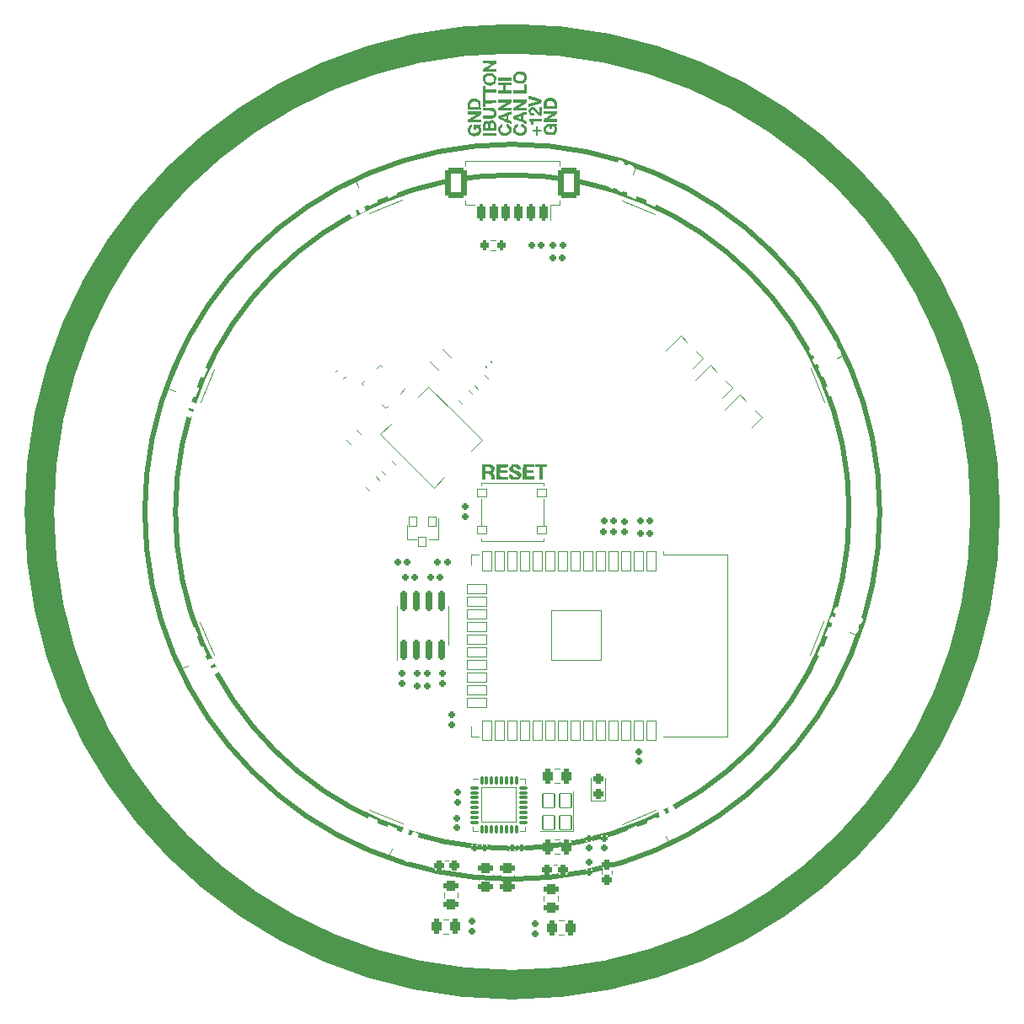
<source format=gto>
G04 #@! TF.GenerationSoftware,KiCad,Pcbnew,(6.0.11-0)*
G04 #@! TF.CreationDate,2023-01-30T23:46:06+00:00*
G04 #@! TF.ProjectId,maxbox,6d617862-6f78-42e6-9b69-6361645f7063,rev?*
G04 #@! TF.SameCoordinates,Original*
G04 #@! TF.FileFunction,Legend,Top*
G04 #@! TF.FilePolarity,Positive*
%FSLAX46Y46*%
G04 Gerber Fmt 4.6, Leading zero omitted, Abs format (unit mm)*
G04 Created by KiCad (PCBNEW (6.0.11-0)) date 2023-01-30 23:46:06*
%MOMM*%
%LPD*%
G01*
G04 APERTURE LIST*
G04 Aperture macros list*
%AMRoundRect*
0 Rectangle with rounded corners*
0 $1 Rounding radius*
0 $2 $3 $4 $5 $6 $7 $8 $9 X,Y pos of 4 corners*
0 Add a 4 corners polygon primitive as box body*
4,1,4,$2,$3,$4,$5,$6,$7,$8,$9,$2,$3,0*
0 Add four circle primitives for the rounded corners*
1,1,$1+$1,$2,$3*
1,1,$1+$1,$4,$5*
1,1,$1+$1,$6,$7*
1,1,$1+$1,$8,$9*
0 Add four rect primitives between the rounded corners*
20,1,$1+$1,$2,$3,$4,$5,0*
20,1,$1+$1,$4,$5,$6,$7,0*
20,1,$1+$1,$6,$7,$8,$9,0*
20,1,$1+$1,$8,$9,$2,$3,0*%
G04 Aperture macros list end*
%ADD10C,0.500000*%
%ADD11C,3.000000*%
%ADD12C,0.120000*%
%ADD13RoundRect,0.197500X0.147500X0.172500X-0.147500X0.172500X-0.147500X-0.172500X0.147500X-0.172500X0*%
%ADD14RoundRect,0.197500X0.172500X-0.147500X0.172500X0.147500X-0.172500X0.147500X-0.172500X-0.147500X0*%
%ADD15RoundRect,0.197500X-0.147500X-0.172500X0.147500X-0.172500X0.147500X0.172500X-0.147500X0.172500X0*%
%ADD16RoundRect,0.197500X-0.172500X0.147500X-0.172500X-0.147500X0.172500X-0.147500X0.172500X0.147500X0*%
%ADD17RoundRect,0.293750X0.243750X0.456250X-0.243750X0.456250X-0.243750X-0.456250X0.243750X-0.456250X0*%
%ADD18RoundRect,0.268750X-0.218750X-0.256250X0.218750X-0.256250X0.218750X0.256250X-0.218750X0.256250X0*%
%ADD19RoundRect,0.293750X0.456250X-0.243750X0.456250X0.243750X-0.456250X0.243750X-0.456250X-0.243750X0*%
%ADD20RoundRect,0.293750X-0.243750X-0.456250X0.243750X-0.456250X0.243750X0.456250X-0.243750X0.456250X0*%
%ADD21RoundRect,0.268750X0.256250X-0.218750X0.256250X0.218750X-0.256250X0.218750X-0.256250X-0.218750X0*%
%ADD22RoundRect,0.112500X-0.337500X-0.062500X0.337500X-0.062500X0.337500X0.062500X-0.337500X0.062500X0*%
%ADD23RoundRect,0.112500X-0.062500X-0.337500X0.062500X-0.337500X0.062500X0.337500X-0.062500X0.337500X0*%
%ADD24RoundRect,0.050000X-1.750000X-1.750000X1.750000X-1.750000X1.750000X1.750000X-1.750000X1.750000X0*%
%ADD25RoundRect,0.200000X0.150000X-0.825000X0.150000X0.825000X-0.150000X0.825000X-0.150000X-0.825000X0*%
%ADD26RoundRect,0.050000X0.600000X-0.700000X0.600000X0.700000X-0.600000X0.700000X-0.600000X-0.700000X0*%
%ADD27RoundRect,0.293750X-0.456250X0.243750X-0.456250X-0.243750X0.456250X-0.243750X0.456250X0.243750X0*%
%ADD28RoundRect,0.050000X0.500000X0.375000X-0.500000X0.375000X-0.500000X-0.375000X0.500000X-0.375000X0*%
%ADD29RoundRect,0.197500X-0.226274X-0.017678X-0.017678X-0.226274X0.226274X0.017678X0.017678X0.226274X0*%
%ADD30RoundRect,0.300000X0.512652X0.159099X0.159099X0.512652X-0.512652X-0.159099X-0.159099X-0.512652X0*%
%ADD31RoundRect,0.197500X0.226274X0.017678X0.017678X0.226274X-0.226274X-0.017678X-0.017678X-0.226274X0*%
%ADD32RoundRect,0.050000X-0.329642X-0.380080X0.501850X-0.035665X0.329642X0.380080X-0.501850X0.035665X0*%
%ADD33RoundRect,0.050000X-0.501850X-0.035665X0.329642X-0.380080X0.501850X0.035665X-0.329642X0.380080X0*%
%ADD34RoundRect,0.050000X-0.380080X0.329642X-0.035665X-0.501850X0.380080X-0.329642X0.035665X0.501850X0*%
%ADD35RoundRect,0.050000X-0.035665X0.501850X-0.380080X-0.329642X0.035665X-0.501850X0.380080X0.329642X0*%
%ADD36RoundRect,0.050000X0.329642X0.380080X-0.501850X0.035665X-0.329642X-0.380080X0.501850X-0.035665X0*%
%ADD37RoundRect,0.050000X0.501850X0.035665X-0.329642X0.380080X-0.501850X-0.035665X0.329642X-0.380080X0*%
%ADD38RoundRect,0.050000X0.380080X-0.329642X0.035665X0.501850X-0.380080X0.329642X-0.035665X-0.501850X0*%
%ADD39RoundRect,0.050000X0.035665X-0.501850X0.380080X0.329642X-0.035665X0.501850X-0.380080X-0.329642X0*%
%ADD40RoundRect,0.050000X-0.400000X0.450000X-0.400000X-0.450000X0.400000X-0.450000X0.400000X0.450000X0*%
%ADD41RoundRect,0.250000X0.200000X0.600000X-0.200000X0.600000X-0.200000X-0.600000X0.200000X-0.600000X0*%
%ADD42RoundRect,0.300001X0.799999X1.249999X-0.799999X1.249999X-0.799999X-1.249999X0.799999X-1.249999X0*%
%ADD43RoundRect,0.050000X-2.068287X-0.406586X-0.406586X-2.068287X2.068287X0.406586X0.406586X2.068287X0*%
%ADD44RoundRect,0.050000X-0.035355X-0.601041X0.601041X0.035355X0.035355X0.601041X-0.601041X-0.035355X0*%
%ADD45RoundRect,0.197500X-0.017678X0.226274X-0.226274X0.017678X0.017678X-0.226274X0.226274X-0.017678X0*%
%ADD46RoundRect,0.197500X-0.070259X-0.215815X0.202285X-0.102923X0.070259X0.215815X-0.202285X0.102923X0*%
%ADD47RoundRect,0.197500X-0.202285X-0.102923X0.070259X-0.215815X0.202285X0.102923X-0.070259X0.215815X0*%
%ADD48RoundRect,0.197500X-0.215815X0.070259X-0.102923X-0.202285X0.215815X-0.070259X0.102923X0.202285X0*%
%ADD49RoundRect,0.197500X-0.102923X0.202285X-0.215815X-0.070259X0.102923X-0.202285X0.215815X0.070259X0*%
%ADD50RoundRect,0.268750X-0.026517X0.335876X-0.335876X0.026517X0.026517X-0.335876X0.335876X-0.026517X0*%
%ADD51RoundRect,0.197500X0.070259X0.215815X-0.202285X0.102923X-0.070259X-0.215815X0.202285X-0.102923X0*%
%ADD52RoundRect,0.197500X0.202285X0.102923X-0.070259X0.215815X-0.202285X-0.102923X0.070259X-0.215815X0*%
%ADD53RoundRect,0.197500X0.215815X-0.070259X0.102923X0.202285X-0.215815X0.070259X-0.102923X-0.202285X0*%
%ADD54RoundRect,0.197500X0.102923X-0.202285X0.215815X0.070259X-0.102923X0.202285X-0.215815X-0.070259X0*%
%ADD55RoundRect,0.081250X0.123744X0.256326X-0.256326X-0.123744X-0.123744X-0.256326X0.256326X0.123744X0*%
%ADD56RoundRect,0.081250X-0.256326X0.123744X0.123744X-0.256326X0.256326X-0.123744X-0.123744X0.256326X0*%
%ADD57RoundRect,0.091500X-0.556847X0.674933X-0.674933X0.556847X0.556847X-0.674933X0.674933X-0.556847X0*%
%ADD58RoundRect,0.250000X0.200000X0.275000X-0.200000X0.275000X-0.200000X-0.275000X0.200000X-0.275000X0*%
%ADD59RoundRect,0.293750X-0.494975X-0.150260X-0.150260X-0.494975X0.494975X0.150260X0.150260X0.494975X0*%
%ADD60RoundRect,0.300000X-0.707107X-0.176777X-0.176777X-0.707107X0.707107X0.176777X0.176777X0.707107X0*%
%ADD61RoundRect,0.050000X-0.450000X1.000000X-0.450000X-1.000000X0.450000X-1.000000X0.450000X1.000000X0*%
%ADD62RoundRect,0.050000X-1.000000X-0.450000X1.000000X-0.450000X1.000000X0.450000X-1.000000X0.450000X0*%
%ADD63RoundRect,0.050000X-2.500000X2.500000X-2.500000X-2.500000X2.500000X-2.500000X2.500000X2.500000X0*%
%ADD64RoundRect,0.190000X0.219203X0.021213X0.021213X0.219203X-0.219203X-0.021213X-0.021213X-0.219203X0*%
%ADD65C,1.090600*%
G04 APERTURE END LIST*
D10*
X36914205Y0D02*
G75*
G03*
X36914205Y0I-36914205J0D01*
G01*
X33834478Y0D02*
G75*
G03*
X33834478Y0I-33834478J0D01*
G01*
D11*
X47512430Y0D02*
G75*
G03*
X47512430Y0I-47512430J0D01*
G01*
D12*
X4728078Y-34365000D02*
X4210922Y-34365000D01*
X4728078Y-32945000D02*
X4210922Y-32945000D01*
X4728078Y-25833000D02*
X4210922Y-25833000D01*
X4728078Y-27253000D02*
X4210922Y-27253000D01*
X-6751779Y-35050000D02*
X-6426221Y-35050000D01*
X-6751779Y-36070000D02*
X-6426221Y-36070000D01*
X4140221Y-36451000D02*
X4465779Y-36451000D01*
X4140221Y-35431000D02*
X4465779Y-35431000D01*
X-5449500Y-38788078D02*
X-5449500Y-38270922D01*
X-6869500Y-38788078D02*
X-6869500Y-38270922D01*
X3163500Y-39072078D02*
X3163500Y-38554922D01*
X4583500Y-39072078D02*
X4583500Y-38554922D01*
X-6926078Y-42366000D02*
X-6408922Y-42366000D01*
X-6926078Y-40946000D02*
X-6408922Y-40946000D01*
X7889000Y-29061000D02*
X9359000Y-29061000D01*
X7889000Y-26776000D02*
X7889000Y-29061000D01*
X9359000Y-29061000D02*
X9359000Y-26776000D01*
X815500Y-32088000D02*
X1290500Y-32088000D01*
X1290500Y-26868000D02*
X1290500Y-27343000D01*
X-3454500Y-32088000D02*
X-3929500Y-32088000D01*
X1290500Y-32088000D02*
X1290500Y-31613000D01*
X815500Y-26868000D02*
X1290500Y-26868000D01*
X-3454500Y-26868000D02*
X-3929500Y-26868000D01*
X-3929500Y-32088000D02*
X-3929500Y-31613000D01*
X-11577000Y-11430000D02*
X-11577000Y-9480000D01*
X-6457000Y-11430000D02*
X-6457000Y-13380000D01*
X-11577000Y-11430000D02*
X-11577000Y-14880000D01*
X-6457000Y-11430000D02*
X-6457000Y-9480000D01*
X6119500Y-32099000D02*
X6119500Y-28099000D01*
X2819500Y-32099000D02*
X6119500Y-32099000D01*
X-3377000Y-36441422D02*
X-3377000Y-36958578D01*
X-1957000Y-36441422D02*
X-1957000Y-36958578D01*
X202000Y-36441422D02*
X202000Y-36958578D01*
X-1218000Y-36441422D02*
X-1218000Y-36958578D01*
X10035000Y-36383279D02*
X10035000Y-36057721D01*
X9015000Y-36383279D02*
X9015000Y-36057721D01*
X4630922Y-42493000D02*
X5148078Y-42493000D01*
X4630922Y-41073000D02*
X5148078Y-41073000D01*
X3150000Y-2950000D02*
X-3150000Y-2950000D01*
X-3150000Y-1300000D02*
X-3150000Y1300000D01*
X-3150000Y2850000D02*
X3150000Y2850000D01*
X-3150000Y2600000D02*
X-3150000Y2850000D01*
X3150000Y-2700000D02*
X3150000Y-2950000D01*
X3150000Y1300000D02*
X3150000Y-1300000D01*
X-3150000Y-2950000D02*
X-3150000Y-2700000D01*
X3150000Y2850000D02*
X3150000Y2600000D01*
X-11723792Y4763239D02*
X-12093259Y5132706D01*
X-12763239Y3723792D02*
X-13132706Y4093259D01*
X-15745733Y33309937D02*
X-13158871Y34381451D01*
X-15439587Y32570833D02*
X-15745733Y33309937D01*
X-11042107Y31361631D02*
X-14368073Y29983971D01*
X12393391Y34623918D02*
X14980254Y33552405D01*
X14341697Y29920292D02*
X11015731Y31297952D01*
X12087244Y33884815D02*
X12393391Y34623918D01*
X33309937Y15745733D02*
X34381451Y13158871D01*
X32570833Y15439587D02*
X33309937Y15745733D01*
X31361631Y11042107D02*
X29983971Y14368073D01*
X33884815Y-12087244D02*
X34623918Y-12393391D01*
X29920292Y-14341697D02*
X31297952Y-11015731D01*
X34623918Y-12393391D02*
X33552405Y-14980254D01*
X15745733Y-33309937D02*
X13158871Y-34381451D01*
X15439587Y-32570833D02*
X15745733Y-33309937D01*
X11042107Y-31361631D02*
X14368073Y-29983971D01*
X-12393391Y-34623918D02*
X-14980254Y-33552405D01*
X-12087244Y-33884815D02*
X-12393391Y-34623918D01*
X-14341697Y-29920292D02*
X-11015731Y-31297952D01*
X-31361631Y-11042107D02*
X-29983971Y-14368073D01*
X-33309937Y-15745733D02*
X-34381451Y-13158871D01*
X-32570833Y-15439587D02*
X-33309937Y-15745733D01*
X-29920292Y14341697D02*
X-31297952Y11015731D01*
X-33884815Y12087244D02*
X-34623918Y12393391D01*
X-34623918Y12393391D02*
X-33552405Y14980254D01*
X-10597000Y-2792000D02*
X-10597000Y-1332000D01*
X-10597000Y-2792000D02*
X-9667000Y-2792000D01*
X-7437000Y-2792000D02*
X-8367000Y-2792000D01*
X-7437000Y-2792000D02*
X-7437000Y-632000D01*
X4735000Y30790000D02*
X3785000Y30790000D01*
X-4735000Y30790000D02*
X-3785000Y30790000D01*
X-4735000Y35210000D02*
X-4735000Y34760000D01*
X-4735000Y31240000D02*
X-4735000Y30790000D01*
X4735000Y35210000D02*
X-4735000Y35210000D01*
X3785000Y30790000D02*
X3785000Y29300000D01*
X4735000Y31240000D02*
X4735000Y30790000D01*
X4735000Y34760000D02*
X4735000Y35210000D01*
X-8433845Y12582171D02*
X-5746839Y9895165D01*
X-7868159Y2399833D02*
X-10555165Y5086839D01*
X-12181511Y8834505D02*
X-13242171Y7773845D01*
X-6807499Y3460493D02*
X-7868159Y2399833D01*
X-9494505Y11521511D02*
X-8433845Y12582171D01*
X-3059833Y7208159D02*
X-5746839Y9895165D01*
X-13242171Y7773845D02*
X-10555165Y5086839D01*
X-4120493Y6147499D02*
X-3059833Y7208159D01*
X19882996Y14720401D02*
X20540606Y14062792D01*
X22117454Y12485943D02*
X21459845Y13143553D01*
X19882996Y14720401D02*
X18355646Y13193050D01*
X22117454Y12485943D02*
X21085078Y11453568D01*
X19153970Y15449428D02*
X18121594Y14417053D01*
X16919512Y17683886D02*
X15392162Y16156535D01*
X19153970Y15449428D02*
X18496361Y16107038D01*
X16919512Y17683886D02*
X17577122Y17026277D01*
X22846481Y11756917D02*
X23504091Y11099308D01*
X22846481Y11756917D02*
X21319131Y10229566D01*
X25080939Y9522459D02*
X24423330Y10180069D01*
X25080939Y9522459D02*
X24048563Y8490084D01*
X-17504948Y14317100D02*
X-17735153Y14086895D01*
X-16783699Y13595851D02*
X-17013904Y13365646D01*
X-13269504Y14740247D02*
X-13623058Y14386693D01*
X-10815702Y12340326D02*
X-11284868Y11871161D01*
X-13128083Y14598825D02*
X-13269504Y14740247D01*
X-15123821Y12867969D02*
X-14770268Y13221523D01*
X-14982400Y12726548D02*
X-15123821Y12867969D01*
X-12518557Y10633088D02*
X-12730689Y10420955D01*
X-12730689Y10420955D02*
X-13084242Y10774509D01*
X-1687742Y26227500D02*
X-2162258Y26227500D01*
X-1687742Y27272500D02*
X-2162258Y27272500D01*
X-16631570Y7180482D02*
X-16265886Y6814798D01*
X-15627478Y8184574D02*
X-15261794Y7818890D01*
X-6981673Y16345283D02*
X-6130226Y15493836D01*
X-8268608Y15058348D02*
X-7417161Y14206901D01*
X-13323792Y3163239D02*
X-13693259Y3532706D01*
X-14363239Y2123792D02*
X-14732706Y2493259D01*
X-4165000Y-22582000D02*
X-4165000Y-21582000D01*
X-3385000Y-4342000D02*
X-4165000Y-4342000D01*
X15160000Y-4342000D02*
X15160000Y-3962000D01*
X21580000Y-4342000D02*
X15160000Y-4342000D01*
X-4165000Y-4342000D02*
X-4165000Y-5342000D01*
X21580000Y-4342000D02*
X21580000Y-22582000D01*
X-3385000Y-22582000D02*
X-4165000Y-22582000D01*
X21580000Y-22582000D02*
X15160000Y-22582000D01*
G36*
X1427501Y41230933D02*
G01*
X1437912Y41087430D01*
X628160Y40585170D01*
X1435028Y40564882D01*
X1435028Y40280226D01*
X107627Y40280226D01*
X107627Y40562371D01*
X529166Y40824900D01*
X950706Y41087430D01*
X527070Y41097555D01*
X103434Y41107681D01*
X114499Y41241058D01*
X125565Y41374435D01*
X1417090Y41374435D01*
X1427501Y41230933D01*
G37*
G36*
X2941808Y39203955D02*
G01*
X2116666Y39203955D01*
X2116666Y39040132D01*
X2113806Y38940334D01*
X2097605Y38894366D01*
X2056634Y38884332D01*
X2019284Y38887660D01*
X1945710Y38912040D01*
X1907543Y38977238D01*
X1898296Y39015387D01*
X1854841Y39142952D01*
X1790702Y39221211D01*
X1735579Y39239831D01*
X1698068Y39273121D01*
X1686158Y39365396D01*
X1686158Y39490961D01*
X2941808Y39490961D01*
X2941808Y39203955D01*
G37*
G36*
X-2199225Y40564440D02*
G01*
X-2021027Y40553823D01*
X-1891908Y40532021D01*
X-1800599Y40495674D01*
X-1735832Y40441421D01*
X-1686341Y40365902D01*
X-1673058Y40339167D01*
X-1628842Y40191199D01*
X-1614380Y40016434D01*
X-1629171Y39843934D01*
X-1672717Y39702764D01*
X-1684373Y39681598D01*
X-1736966Y39605254D01*
X-1795423Y39550249D01*
X-1872044Y39513119D01*
X-1979127Y39490401D01*
X-2128970Y39478632D01*
X-2333873Y39474347D01*
X-2421610Y39473973D01*
X-2923870Y39473023D01*
X-2934902Y39625495D01*
X-2945934Y39777966D01*
X-2465109Y39777966D01*
X-2244121Y39780425D01*
X-2084860Y39790685D01*
X-1977388Y39813071D01*
X-1911765Y39851908D01*
X-1878052Y39911521D01*
X-1866309Y39996234D01*
X-1865537Y40038856D01*
X-1873330Y40127234D01*
X-1903070Y40191374D01*
X-1964302Y40235005D01*
X-2066569Y40261855D01*
X-2219413Y40275651D01*
X-2432379Y40280123D01*
X-2483407Y40280226D01*
X-2941808Y40280226D01*
X-2941808Y40567232D01*
X-2437767Y40567232D01*
X-2199225Y40564440D01*
G37*
G36*
X2941808Y40208475D02*
G01*
X2940768Y40015726D01*
X2936751Y39883752D01*
X2928408Y39801597D01*
X2914393Y39758303D01*
X2893357Y39742914D01*
X2884447Y39742091D01*
X2749127Y39776445D01*
X2601034Y39877447D01*
X2444264Y40042004D01*
X2383557Y40120166D01*
X2270747Y40264292D01*
X2182115Y40353692D01*
X2106275Y40395960D01*
X2031843Y40398689D01*
X1985762Y40385493D01*
X1910565Y40329251D01*
X1888529Y40249076D01*
X1914597Y40162975D01*
X1983711Y40088951D01*
X2080835Y40047024D01*
X2154879Y40020837D01*
X2184138Y39969815D01*
X2188418Y39900681D01*
X2181517Y39817166D01*
X2149952Y39783468D01*
X2095182Y39777966D01*
X1997586Y39793612D01*
X1889239Y39831483D01*
X1884559Y39833670D01*
X1762305Y39924467D01*
X1686394Y40048365D01*
X1654327Y40190835D01*
X1663601Y40337351D01*
X1711719Y40473384D01*
X1796178Y40584408D01*
X1914480Y40655893D01*
X2029325Y40674859D01*
X2190956Y40648857D01*
X2328985Y40566176D01*
X2454409Y40419801D01*
X2472681Y40392127D01*
X2564260Y40254495D01*
X2626088Y40179482D01*
X2663879Y40167330D01*
X2683342Y40218283D01*
X2690189Y40332584D01*
X2690678Y40401399D01*
X2690678Y40674859D01*
X2941808Y40674859D01*
X2941808Y40208475D01*
G37*
G36*
X-2690678Y42396893D02*
G01*
X-1614407Y42396893D01*
X-1614407Y42111806D01*
X-2143574Y42101878D01*
X-2672740Y42091950D01*
X-2682954Y41725190D01*
X-2693167Y41358430D01*
X-1632345Y41338560D01*
X-1621669Y41211712D01*
X-1621141Y41120292D01*
X-1633864Y41062826D01*
X-1636617Y41059241D01*
X-1679898Y41050084D01*
X-1781385Y41042374D01*
X-1927535Y41036753D01*
X-2104806Y41033864D01*
X-2176460Y41033616D01*
X-2690678Y41033616D01*
X-2690678Y40674859D01*
X-2942892Y40674859D01*
X-2933381Y41724224D01*
X-2923870Y42773588D01*
X-2690678Y42796072D01*
X-2690678Y42396893D01*
G37*
G36*
X-2659542Y42907767D02*
G01*
X-2805654Y43027065D01*
X-2899840Y43194169D01*
X-2940294Y43405539D01*
X-2941033Y43432495D01*
X-2690678Y43432495D01*
X-2659489Y43293960D01*
X-2570019Y43191747D01*
X-2428412Y43130592D01*
X-2278108Y43114407D01*
X-2096263Y43138474D01*
X-1964136Y43208359D01*
X-1886099Y43320589D01*
X-1865537Y43442108D01*
X-1887611Y43577038D01*
X-1948304Y43666820D01*
X-2074785Y43746391D01*
X-2238043Y43780917D01*
X-2415819Y43766128D01*
X-2437703Y43760667D01*
X-2579373Y43694757D01*
X-2662872Y43587292D01*
X-2690673Y43435063D01*
X-2690678Y43432495D01*
X-2941033Y43432495D01*
X-2941808Y43460752D01*
X-2914573Y43668952D01*
X-2830531Y43834772D01*
X-2686177Y43963867D01*
X-2600305Y44011631D01*
X-2408381Y44071422D01*
X-2207711Y44077515D01*
X-2014522Y44034512D01*
X-1845040Y43947012D01*
X-1715494Y43819616D01*
X-1673827Y43748981D01*
X-1625137Y43586945D01*
X-1614558Y43406378D01*
X-1641150Y43235311D01*
X-1695127Y43114042D01*
X-1845758Y42951059D01*
X-2029388Y42847193D01*
X-2235171Y42804764D01*
X-2278108Y42808982D01*
X-2452262Y42826092D01*
X-2659542Y42907767D01*
G37*
G36*
X4484463Y40105902D02*
G01*
X4482672Y40048600D01*
X4470803Y40002822D01*
X4439114Y39959207D01*
X4377863Y39908391D01*
X4277307Y39841014D01*
X4127704Y39747713D01*
X4083118Y39720238D01*
X3681773Y39473023D01*
X4466525Y39437147D01*
X4477660Y39302613D01*
X4488794Y39168079D01*
X3157062Y39168079D01*
X3157062Y39308347D01*
X3158958Y39368615D01*
X3171461Y39415856D01*
X3204796Y39460206D01*
X3269187Y39511796D01*
X3374857Y39580761D01*
X3524788Y39672819D01*
X3717101Y39790265D01*
X3849590Y39874848D01*
X3923135Y39931952D01*
X3938621Y39966963D01*
X3896930Y39985263D01*
X3798945Y39992236D01*
X3645548Y39993267D01*
X3577320Y39993221D01*
X3157062Y39993221D01*
X3157062Y40244351D01*
X4484463Y40244351D01*
X4484463Y40105902D01*
G37*
G36*
X-1614407Y45162557D02*
G01*
X-1616303Y45102290D01*
X-1628806Y45055048D01*
X-1662141Y45010699D01*
X-1726532Y44959108D01*
X-1832202Y44890143D01*
X-1982133Y44798086D01*
X-2174447Y44680640D01*
X-2306935Y44596057D01*
X-2380480Y44538952D01*
X-2395966Y44503942D01*
X-2354275Y44485642D01*
X-2256290Y44478669D01*
X-2102893Y44477637D01*
X-2034665Y44477684D01*
X-1614407Y44477684D01*
X-1614407Y44226554D01*
X-2941808Y44226554D01*
X-2941808Y44365002D01*
X-2940017Y44422304D01*
X-2928148Y44468082D01*
X-2896460Y44511698D01*
X-2835208Y44562514D01*
X-2734652Y44629891D01*
X-2585049Y44723192D01*
X-2540463Y44750666D01*
X-2139118Y44997882D01*
X-2531494Y45015820D01*
X-2923870Y45033757D01*
X-2935005Y45168291D01*
X-2946139Y45302825D01*
X-1614407Y45302825D01*
X-1614407Y45162557D01*
G37*
G36*
X-2936541Y38681048D02*
G01*
X-2929621Y38861176D01*
X-2920381Y38984880D01*
X-2905775Y39067486D01*
X-2882760Y39124318D01*
X-2848288Y39170700D01*
X-2836726Y39183308D01*
X-2723840Y39255592D01*
X-2586202Y39276537D01*
X-2451629Y39243638D01*
X-2413810Y39221368D01*
X-2356876Y39189805D01*
X-2310427Y39199874D01*
X-2246018Y39257244D01*
X-2122778Y39334630D01*
X-1982275Y39351528D01*
X-1844778Y39308600D01*
X-1759301Y39241321D01*
X-1698478Y39160563D01*
X-1656617Y39061636D01*
X-1630725Y38930574D01*
X-1617808Y38753407D01*
X-1614802Y38567161D01*
X-1614407Y38271187D01*
X-2949552Y38271187D01*
X-2940441Y38558192D01*
X-2694428Y38558192D01*
X-2399923Y38558192D01*
X-2188418Y38558192D01*
X-1865537Y38558192D01*
X-1865537Y38754682D01*
X-1870231Y38874469D01*
X-1889706Y38946333D01*
X-1932055Y38993791D01*
X-1952820Y39008361D01*
X-2034531Y39045024D01*
X-2107729Y39029257D01*
X-2114261Y39025864D01*
X-2156971Y38991361D01*
X-2179562Y38933191D01*
X-2187826Y38831537D01*
X-2188418Y38772184D01*
X-2188418Y38558192D01*
X-2399923Y38558192D01*
X-2410767Y38742845D01*
X-2429823Y38878782D01*
X-2469300Y38954956D01*
X-2484393Y38966885D01*
X-2567319Y38989975D01*
X-2630760Y38947023D01*
X-2671253Y38841924D01*
X-2683584Y38742845D01*
X-2694428Y38558192D01*
X-2940441Y38558192D01*
X-2936541Y38681048D01*
G37*
G36*
X-3352999Y38916322D02*
G01*
X-3248833Y38912351D01*
X-3190223Y38901902D01*
X-3164074Y38881841D01*
X-3157289Y38849034D01*
X-3157062Y38831099D01*
X-3177150Y38756677D01*
X-3211004Y38724548D01*
X-3241016Y38702144D01*
X-3233562Y38658682D01*
X-3193200Y38586176D01*
X-3130650Y38417836D01*
X-3136746Y38234191D01*
X-3203799Y38054498D01*
X-3320115Y37904344D01*
X-3476282Y37800128D01*
X-3657790Y37741829D01*
X-3850127Y37729428D01*
X-4038782Y37762905D01*
X-4209243Y37842240D01*
X-4346999Y37967413D01*
X-4403743Y38056135D01*
X-4469632Y38250076D01*
X-4475622Y38440953D01*
X-4426338Y38615993D01*
X-4326404Y38762424D01*
X-4180444Y38867471D01*
X-4098800Y38898473D01*
X-4045642Y38906428D01*
X-4022940Y38877092D01*
X-4018081Y38793556D01*
X-4018079Y38790258D01*
X-4036395Y38676653D01*
X-4102137Y38581262D01*
X-4125706Y38558192D01*
X-4208898Y38445461D01*
X-4230129Y38331651D01*
X-4198612Y38224779D01*
X-4123561Y38132860D01*
X-4014187Y38063910D01*
X-3879703Y38025944D01*
X-3729322Y38026980D01*
X-3572257Y38075031D01*
X-3571057Y38075599D01*
X-3460824Y38158794D01*
X-3389396Y38273569D01*
X-3372317Y38360876D01*
X-3400722Y38473766D01*
X-3471224Y38576453D01*
X-3537713Y38625219D01*
X-3592531Y38645387D01*
X-3616968Y38628512D01*
X-3623264Y38559792D01*
X-3623447Y38521548D01*
X-3627308Y38429990D01*
X-3651054Y38389426D01*
X-3712930Y38379114D01*
X-3749012Y38378814D01*
X-3874576Y38378814D01*
X-3874576Y38916950D01*
X-3515819Y38916950D01*
X-3352999Y38916322D01*
G37*
G36*
X-4448588Y40759243D02*
G01*
X-4442169Y40972123D01*
X-4418665Y41130638D01*
X-4371702Y41251368D01*
X-4294910Y41350896D01*
X-4185858Y41442888D01*
X-4071147Y41493614D01*
X-3914488Y41519327D01*
X-3741222Y41519914D01*
X-3576696Y41495262D01*
X-3447818Y41446187D01*
X-3337308Y41372020D01*
X-3260303Y41291955D01*
X-3210382Y41190982D01*
X-3181126Y41054091D01*
X-3166114Y40866272D01*
X-3162857Y40779984D01*
X-3150714Y40387853D01*
X-4448588Y40387853D01*
X-4448588Y40674859D01*
X-4206343Y40674859D01*
X-3408192Y40674859D01*
X-3408192Y40855868D01*
X-3416807Y40982122D01*
X-3449170Y41067877D01*
X-3496251Y41124936D01*
X-3560810Y41176882D01*
X-3637512Y41203595D01*
X-3752120Y41212613D01*
X-3797220Y41212995D01*
X-3967168Y41200835D01*
X-4080278Y41157652D01*
X-4148333Y41073386D01*
X-4183115Y40937980D01*
X-4189486Y40878136D01*
X-4206343Y40674859D01*
X-4448588Y40674859D01*
X-4448588Y40759243D01*
G37*
G36*
X-107627Y41079601D02*
G01*
X-508827Y40832385D01*
X-910026Y40585170D01*
X-508827Y40575026D01*
X-107627Y40564882D01*
X-107627Y40280226D01*
X-1399153Y40280226D01*
X-1399153Y40585548D01*
X-987343Y40836489D01*
X-575534Y41087430D01*
X-987343Y41097537D01*
X-1399153Y41107645D01*
X-1399153Y41392373D01*
X-107627Y41392373D01*
X-107627Y41079601D01*
G37*
G36*
X1713065Y41807719D02*
G01*
X1766938Y41790053D01*
X1876095Y41753883D01*
X2027769Y41703453D01*
X2209195Y41643006D01*
X2349859Y41596070D01*
X2923870Y41404419D01*
X2934819Y41236589D01*
X2934633Y41121722D01*
X2912740Y41061996D01*
X2892368Y41048268D01*
X2841871Y41030994D01*
X2735337Y40995942D01*
X2585097Y40947122D01*
X2403477Y40888544D01*
X2244625Y40837592D01*
X1650282Y40647407D01*
X1650282Y40959068D01*
X2085060Y41095283D01*
X2519837Y41231498D01*
X2085060Y41373046D01*
X1650282Y41514593D01*
X1650282Y41671155D01*
X1654506Y41767891D01*
X1671919Y41808607D01*
X1709634Y41808776D01*
X1713065Y41807719D01*
G37*
G36*
X-950706Y39276197D02*
G01*
X-1381215Y39440980D01*
X-1391395Y39598588D01*
X-1004520Y39598588D01*
X-973579Y39574325D01*
X-895793Y39542350D01*
X-857283Y39529956D01*
X-753330Y39497865D01*
X-674204Y39471798D01*
X-659967Y39466626D01*
X-627239Y39471995D01*
X-612242Y39529012D01*
X-609887Y39598588D01*
X-615826Y39695108D01*
X-636620Y39732401D01*
X-659967Y39730550D01*
X-724565Y39708543D01*
X-824414Y39677166D01*
X-857283Y39667220D01*
X-947318Y39635092D01*
X-999379Y39606541D01*
X-1004520Y39598588D01*
X-1391395Y39598588D01*
X-1391519Y39600504D01*
X-1401822Y39760029D01*
X-978948Y39915154D01*
X-790604Y39984509D01*
X-602251Y40054322D01*
X-437412Y40115848D01*
X-331851Y40155673D01*
X-107627Y40241067D01*
X-107627Y40085163D01*
X-112540Y39985443D01*
X-139767Y39929542D01*
X-208037Y39889615D01*
X-251130Y39871842D01*
X-394633Y39814423D01*
X-394633Y39358815D01*
X-251130Y39315821D01*
X-162142Y39284725D01*
X-120538Y39245691D01*
X-108329Y39173427D01*
X-107627Y39114047D01*
X-107627Y38955269D01*
X-313913Y39033341D01*
X-430210Y39077507D01*
X-591596Y39138995D01*
X-659967Y39165095D01*
X-776160Y39209451D01*
X-950706Y39276197D01*
G37*
G36*
X-1614407Y37768927D02*
G01*
X-2941808Y37768927D01*
X-2941808Y38055933D01*
X-1614407Y38055933D01*
X-1614407Y37768927D01*
G37*
G36*
X367481Y43097533D02*
G01*
X226390Y43226401D01*
X138360Y43399900D01*
X107630Y43614144D01*
X107627Y43616667D01*
X358757Y43616667D01*
X390013Y43475886D01*
X479007Y43371497D01*
X618577Y43309293D01*
X757924Y43293786D01*
X908027Y43308879D01*
X1039502Y43349019D01*
X1131919Y43406494D01*
X1159887Y43445503D01*
X1176877Y43533136D01*
X1179896Y43649269D01*
X1168724Y43751978D01*
X1161613Y43776500D01*
X1098179Y43850469D01*
X981756Y43906129D01*
X830248Y43936249D01*
X757924Y43939548D01*
X583881Y43914266D01*
X454828Y43842279D01*
X377928Y43729383D01*
X358757Y43616667D01*
X107627Y43616667D01*
X137802Y43831230D01*
X225387Y44005311D01*
X365973Y44134852D01*
X555153Y44215796D01*
X788518Y44244085D01*
X789265Y44244087D01*
X1013571Y44218879D01*
X1192129Y44140632D01*
X1330260Y44006708D01*
X1361468Y43960412D01*
X1413141Y43824754D01*
X1434387Y43653142D01*
X1424646Y43474866D01*
X1383355Y43319213D01*
X1374166Y43299140D01*
X1306314Y43204012D01*
X1207554Y43110244D01*
X1171317Y43083885D01*
X1073320Y43028431D01*
X974453Y42999540D01*
X844357Y42989642D01*
X791885Y42989247D01*
X757924Y42993293D01*
X557393Y43017186D01*
X367481Y43097533D01*
G37*
G36*
X771121Y39198093D02*
G01*
X125565Y39443361D01*
X125565Y39587899D01*
X522072Y39587899D01*
X550552Y39568256D01*
X609887Y39546044D01*
X749535Y39496499D01*
X834573Y39471819D01*
X878497Y39474287D01*
X894799Y39506185D01*
X896976Y39569795D01*
X896892Y39594579D01*
X896892Y39738908D01*
X744421Y39686088D01*
X611960Y39639480D01*
X540192Y39609195D01*
X522072Y39587899D01*
X125565Y39587899D01*
X125565Y39749002D01*
X735452Y39978350D01*
X933158Y40051826D01*
X1109160Y40115590D01*
X1251884Y40165582D01*
X1349759Y40197741D01*
X1390183Y40208087D01*
X1422018Y40175072D01*
X1434903Y40081860D01*
X1435028Y40068867D01*
X1428915Y39978183D01*
X1397859Y39925503D01*
X1322779Y39884634D01*
X1291525Y39871842D01*
X1148022Y39814423D01*
X1148022Y39358342D01*
X1291525Y39301972D01*
X1382064Y39260745D01*
X1423409Y39214524D01*
X1434662Y39136320D01*
X1435028Y39099214D01*
X1433028Y39008240D01*
X1428021Y38956983D01*
X1425852Y38952825D01*
X1391092Y38964951D01*
X1299707Y38998727D01*
X1162120Y39050249D01*
X988753Y39115611D01*
X834573Y39174032D01*
X790029Y39190911D01*
X771121Y39198093D01*
G37*
G36*
X-386087Y38920297D02*
G01*
X-259348Y38831814D01*
X-162257Y38701029D01*
X-100932Y38541595D01*
X-81492Y38367164D01*
X-110057Y38191389D01*
X-151301Y38093700D01*
X-269366Y37942277D01*
X-426596Y37836995D01*
X-608636Y37777875D01*
X-801131Y37764938D01*
X-989727Y37798204D01*
X-1160068Y37877692D01*
X-1297800Y38003423D01*
X-1354308Y38092011D01*
X-1421467Y38290216D01*
X-1425991Y38485605D01*
X-1370702Y38664987D01*
X-1258423Y38815171D01*
X-1187562Y38871390D01*
X-1077400Y38935591D01*
X-1009853Y38947548D01*
X-976471Y38905421D01*
X-968644Y38823716D01*
X-987840Y38710436D01*
X-1055948Y38613832D01*
X-1076271Y38594068D01*
X-1159642Y38481237D01*
X-1181017Y38367458D01*
X-1149596Y38260698D01*
X-1074579Y38168924D01*
X-965165Y38100104D01*
X-830555Y38062206D01*
X-679948Y38063197D01*
X-522544Y38111045D01*
X-519961Y38112263D01*
X-405562Y38197462D01*
X-343469Y38308460D01*
X-334592Y38428016D01*
X-379842Y38538888D01*
X-480133Y38623833D01*
X-492590Y38629944D01*
X-571209Y38677365D01*
X-603536Y38739917D01*
X-609111Y38818291D01*
X-602967Y38908228D01*
X-576161Y38946461D01*
X-536354Y38952825D01*
X-386087Y38920297D01*
G37*
G36*
X1435028Y42485456D02*
G01*
X1432881Y42282878D01*
X1425887Y42143554D01*
X1413219Y42059097D01*
X1394047Y42021122D01*
X1388866Y42018170D01*
X1339094Y42012864D01*
X1230455Y42009368D01*
X1075814Y42007836D01*
X888036Y42008421D01*
X734134Y42010327D01*
X125565Y42020198D01*
X125565Y42307204D01*
X654731Y42317132D01*
X1183898Y42327060D01*
X1183898Y42935029D01*
X1435028Y42935029D01*
X1435028Y42485456D01*
G37*
G36*
X2539136Y38733652D02*
G01*
X2570907Y38709556D01*
X2581842Y38646774D01*
X2583051Y38558192D01*
X2583051Y38378814D01*
X2762429Y38378814D01*
X2868617Y38376463D01*
X2921569Y38362005D01*
X2939794Y38324336D01*
X2941808Y38271187D01*
X2937889Y38207474D01*
X2913793Y38175703D01*
X2851011Y38164768D01*
X2762429Y38163560D01*
X2583051Y38163560D01*
X2583051Y37984181D01*
X2580699Y37877993D01*
X2566242Y37825042D01*
X2528572Y37806817D01*
X2475424Y37804803D01*
X2411711Y37808722D01*
X2379940Y37832818D01*
X2369005Y37895600D01*
X2367796Y37984181D01*
X2367796Y38163560D01*
X2188418Y38163560D01*
X2082230Y38165911D01*
X2029278Y38180369D01*
X2011054Y38218038D01*
X2009039Y38271187D01*
X2012958Y38334899D01*
X2037054Y38366671D01*
X2099836Y38377605D01*
X2188418Y38378814D01*
X2367796Y38378814D01*
X2367796Y38558192D01*
X2370148Y38664380D01*
X2384605Y38717332D01*
X2422275Y38735557D01*
X2475424Y38737571D01*
X2539136Y38733652D01*
G37*
G36*
X-107627Y43293786D02*
G01*
X-1399153Y43293786D01*
X-1399153Y43616667D01*
X-107627Y43616667D01*
X-107627Y43293786D01*
G37*
G36*
X3165898Y40834644D02*
G01*
X3184565Y41060203D01*
X3217935Y41228229D01*
X3271703Y41352371D01*
X3351561Y41446279D01*
X3450100Y41516025D01*
X3595458Y41569285D01*
X3776783Y41590108D01*
X3966071Y41578555D01*
X4135320Y41534685D01*
X4179520Y41514439D01*
X4295127Y41439347D01*
X4377112Y41346139D01*
X4431248Y41221573D01*
X4463306Y41052411D01*
X4478979Y40827598D01*
X4492601Y40459605D01*
X3146757Y40459605D01*
X3161405Y40746611D01*
X3444068Y40746611D01*
X4242462Y40746611D01*
X4224567Y40932847D01*
X4202056Y41064499D01*
X4157856Y41153000D01*
X4110375Y41201915D01*
X4028542Y41255127D01*
X3926999Y41279929D01*
X3817131Y41284746D01*
X3645878Y41265484D01*
X3530490Y41203991D01*
X3465159Y41094708D01*
X3444078Y40932077D01*
X3444068Y40927620D01*
X3444068Y40746611D01*
X3161405Y40746611D01*
X3165898Y40834644D01*
G37*
G36*
X-3157062Y39890372D02*
G01*
X-3957792Y39401272D01*
X-3157062Y39380984D01*
X-3157062Y39096328D01*
X-4448588Y39096328D01*
X-4446570Y39401272D01*
X-4069285Y39631508D01*
X-3922910Y39722268D01*
X-3799866Y39801269D01*
X-3712699Y39860264D01*
X-3673956Y39891007D01*
X-3673544Y39891607D01*
X-3699315Y39903520D01*
X-3783269Y39913176D01*
X-3911850Y39919504D01*
X-4051838Y39921469D01*
X-4448588Y39921469D01*
X-4448588Y40208475D01*
X-3157062Y40208475D01*
X-3157062Y39890372D01*
G37*
G36*
X4484463Y38897886D02*
G01*
X4464994Y38821281D01*
X4429362Y38785926D01*
X4394253Y38763693D01*
X4402632Y38724193D01*
X4429362Y38680687D01*
X4474075Y38560007D01*
X4485889Y38405383D01*
X4466072Y38245964D01*
X4415890Y38110900D01*
X4403743Y38091443D01*
X4306744Y37966847D01*
X4206779Y37886777D01*
X4084453Y37842295D01*
X3920371Y37824460D01*
X3820762Y37822740D01*
X3629661Y37830933D01*
X3489652Y37861470D01*
X3381342Y37923291D01*
X3285337Y38025334D01*
X3237782Y38091443D01*
X3173658Y38241469D01*
X3153211Y38419915D01*
X3176411Y38598298D01*
X3238497Y38741234D01*
X3310784Y38823958D01*
X3403990Y38898664D01*
X3497844Y38952460D01*
X3572077Y38972454D01*
X3593566Y38967058D01*
X3614189Y38921864D01*
X3623412Y38837506D01*
X3623446Y38831890D01*
X3603759Y38730324D01*
X3533512Y38649214D01*
X3515819Y38635617D01*
X3433619Y38551198D01*
X3408227Y38451885D01*
X3408192Y38447133D01*
X3438273Y38294773D01*
X3524337Y38182681D01*
X3660116Y38115443D01*
X3839343Y38097647D01*
X3881688Y38100599D01*
X4053612Y38140508D01*
X4167734Y38222355D01*
X4225311Y38347328D01*
X4233333Y38433321D01*
X4209979Y38573302D01*
X4135146Y38667489D01*
X4044986Y38713054D01*
X4004393Y38716583D01*
X3986158Y38678270D01*
X3982203Y38592942D01*
X3977865Y38501395D01*
X3954452Y38460880D01*
X3896365Y38450763D01*
X3874576Y38450565D01*
X3766949Y38450565D01*
X3766949Y38988701D01*
X4484463Y38988701D01*
X4484463Y38897886D01*
G37*
G36*
X1080363Y38927317D02*
G01*
X1203599Y38862495D01*
X1314283Y38775909D01*
X1375477Y38701747D01*
X1423169Y38565780D01*
X1437542Y38397018D01*
X1419589Y38225685D01*
X1370297Y38082002D01*
X1354308Y38055568D01*
X1257309Y37930971D01*
X1157344Y37850901D01*
X1035018Y37806419D01*
X870936Y37788585D01*
X771327Y37786865D01*
X580817Y37794934D01*
X441213Y37825227D01*
X332875Y37886871D01*
X236163Y37988993D01*
X185244Y38059231D01*
X138117Y38140434D01*
X115172Y38224202D01*
X110947Y38337874D01*
X114169Y38414886D01*
X142036Y38611206D01*
X205585Y38754567D01*
X311959Y38857840D01*
X382117Y38897825D01*
X487464Y38942003D01*
X545863Y38941662D01*
X570250Y38891807D01*
X574011Y38823716D01*
X554815Y38710436D01*
X486707Y38613832D01*
X466384Y38594068D01*
X379403Y38476459D01*
X356054Y38356783D01*
X389279Y38245257D01*
X472017Y38152093D01*
X597209Y38087507D01*
X757794Y38061712D01*
X832253Y38064723D01*
X1004178Y38105547D01*
X1119857Y38188575D01*
X1177434Y38312132D01*
X1183898Y38382464D01*
X1167394Y38495381D01*
X1107581Y38576343D01*
X1089371Y38591464D01*
X1010213Y38642940D01*
X947994Y38665755D01*
X945868Y38665820D01*
X910291Y38697276D01*
X897035Y38793765D01*
X896892Y38809322D01*
X902580Y38902712D01*
X926444Y38944094D01*
X972728Y38952825D01*
X1080363Y38927317D01*
G37*
G36*
X-107627Y42827401D02*
G01*
X-645763Y42827401D01*
X-645763Y42325142D01*
X-107627Y42325142D01*
X-107627Y42002260D01*
X-1399153Y42002260D01*
X-1399153Y42325142D01*
X-896893Y42325142D01*
X-896893Y42827401D01*
X-1399153Y42827401D01*
X-1399153Y43114407D01*
X-107627Y43114407D01*
X-107627Y42827401D01*
G37*
X-2069190Y14978307D02*
X-2221693Y15130810D01*
X-2578307Y14469190D02*
X-2730810Y14621693D01*
G36*
X-428464Y4469627D02*
G01*
X-820701Y4457435D01*
X-1212938Y4445242D01*
X-1212938Y4148414D01*
X-841903Y4136162D01*
X-470868Y4123911D01*
X-470868Y3872788D01*
X-1234140Y3872788D01*
X-1234140Y3536627D01*
X-820701Y3524491D01*
X-407262Y3512354D01*
X-407262Y3215526D01*
X-990317Y3203729D01*
X-1573372Y3191931D01*
X-1573372Y4763272D01*
X-428464Y4763272D01*
X-428464Y4469627D01*
G37*
G36*
X3515109Y4466444D02*
G01*
X3093336Y4466444D01*
X3069866Y3215526D01*
X2919937Y3202907D01*
X2811880Y3202284D01*
X2743957Y3217321D01*
X2739720Y3220575D01*
X2728897Y3271733D01*
X2719784Y3391687D01*
X2713141Y3564432D01*
X2709726Y3773961D01*
X2709432Y3858654D01*
X2709432Y4466444D01*
X2285392Y4466444D01*
X2285392Y4763272D01*
X3515109Y4763272D01*
X3515109Y4466444D01*
G37*
G36*
X2248362Y4466444D02*
G01*
X1437312Y4466444D01*
X1437312Y4127212D01*
X2158180Y4127212D01*
X2158180Y3872788D01*
X1437312Y3872788D01*
X1437312Y3533556D01*
X2242988Y3533556D01*
X2242988Y3194324D01*
X1669203Y3194324D01*
X1420242Y3196576D01*
X1246148Y3203932D01*
X1137086Y3217294D01*
X1083222Y3237567D01*
X1074481Y3248886D01*
X1068210Y3307716D01*
X1064078Y3436124D01*
X1062266Y3618905D01*
X1062958Y3840852D01*
X1065211Y4022759D01*
X1076878Y4742070D01*
X2221786Y4742070D01*
X2248362Y4466444D01*
G37*
G36*
X536795Y4757919D02*
G01*
X610000Y4733692D01*
X676573Y4682990D01*
X737271Y4623715D01*
X844014Y4489944D01*
X885842Y4372380D01*
X886060Y4364675D01*
X877075Y4292982D01*
X833944Y4261653D01*
X732406Y4254446D01*
X721390Y4254424D01*
X605547Y4265010D01*
X548755Y4303927D01*
X534809Y4338211D01*
X475619Y4426261D01*
X371056Y4480642D01*
X249275Y4497795D01*
X138432Y4474162D01*
X66682Y4406183D01*
X63128Y4397830D01*
X60607Y4312625D01*
X129535Y4243616D01*
X275502Y4186281D01*
X347509Y4167738D01*
X598478Y4093203D01*
X773146Y4002093D01*
X879430Y3887817D01*
X925247Y3743781D01*
X928464Y3684014D01*
X894174Y3485526D01*
X792403Y3337458D01*
X624801Y3241103D01*
X393015Y3197754D01*
X305111Y3195290D01*
X131293Y3208952D01*
X-24404Y3243254D01*
X-80832Y3265258D01*
X-218130Y3370931D01*
X-312591Y3517478D01*
X-343656Y3658663D01*
X-329655Y3716034D01*
X-272553Y3740962D01*
X-178986Y3745576D01*
X-62026Y3734494D01*
X-5185Y3694732D01*
X6733Y3665087D01*
X55811Y3585469D01*
X141783Y3509901D01*
X263440Y3464142D01*
X394319Y3464342D01*
X507055Y3504572D01*
X574280Y3578906D01*
X581229Y3605083D01*
X561604Y3695121D01*
X471258Y3771618D01*
X304820Y3838060D01*
X165937Y3874610D01*
X-50618Y3953074D01*
X-203666Y4067707D01*
X-288509Y4208576D01*
X-300447Y4365747D01*
X-234780Y4529287D01*
X-178454Y4602542D01*
X-108953Y4673433D01*
X-40562Y4716173D01*
X52162Y4739550D01*
X194661Y4752355D01*
X266413Y4756240D01*
X430939Y4762994D01*
X536795Y4757919D01*
G37*
G36*
X-2618598Y4763272D02*
G01*
X-2347070Y4756797D01*
X-2146329Y4735164D01*
X-2003185Y4695062D01*
X-1904449Y4633180D01*
X-1851796Y4570774D01*
X-1793927Y4420637D01*
X-1788178Y4251361D01*
X-1832527Y4097286D01*
X-1883937Y4024813D01*
X-1947228Y3955022D01*
X-1952370Y3914967D01*
X-1907239Y3879278D01*
X-1869852Y3848094D01*
X-1841547Y3797879D01*
X-1817727Y3712221D01*
X-1793796Y3574704D01*
X-1765904Y3374541D01*
X-1741986Y3194324D01*
X-1907566Y3194324D01*
X-2029723Y3208373D01*
X-2096362Y3262122D01*
X-2122290Y3372975D01*
X-2124624Y3449456D01*
X-2140000Y3583851D01*
X-2165979Y3679210D01*
X-2196472Y3739923D01*
X-2244535Y3772570D01*
X-2333560Y3785724D01*
X-2462807Y3787980D01*
X-2718280Y3787980D01*
X-2718280Y3194324D01*
X-3057512Y3194324D01*
X-3057512Y4282694D01*
X-2718280Y4282694D01*
X-2712266Y4163702D01*
X-2697167Y4083832D01*
X-2690011Y4070674D01*
X-2620434Y4047262D01*
X-2503187Y4044433D01*
X-2372331Y4060133D01*
X-2261927Y4092309D01*
X-2251836Y4097096D01*
X-2167825Y4169798D01*
X-2131970Y4247219D01*
X-2138662Y4356545D01*
X-2202350Y4425495D01*
X-2331941Y4459862D01*
X-2469049Y4466444D01*
X-2718280Y4466444D01*
X-2718280Y4282694D01*
X-3057512Y4282694D01*
X-3057512Y4763272D01*
X-2618598Y4763272D01*
G37*
X-3463239Y12323792D02*
X-3832706Y12693259D01*
X-2423792Y13363239D02*
X-2793259Y13732706D01*
X-4023792Y11863239D02*
X-4393259Y12232706D01*
X-5063239Y10823792D02*
X-5432706Y11193259D01*
%LPC*%
D13*
X13820000Y-2182000D03*
X12850000Y-2182000D03*
X13843000Y-889000D03*
X12873000Y-889000D03*
D14*
X-5588000Y-31750000D03*
X-5588000Y-30780000D03*
D13*
X-2794000Y-33782000D03*
X-3764000Y-33782000D03*
D15*
X0Y-33782000D03*
X970000Y-33782000D03*
D14*
X-5524500Y-29187000D03*
X-5524500Y-28217000D03*
D15*
X-9525000Y-17526000D03*
X-8555000Y-17526000D03*
X-9525000Y-16256000D03*
X-8555000Y-16256000D03*
D16*
X-4699000Y485000D03*
X-4699000Y-485000D03*
D17*
X5407000Y-33655000D03*
X3532000Y-33655000D03*
X5407000Y-26543000D03*
X3532000Y-26543000D03*
D18*
X-7376500Y-35560000D03*
X-5801500Y-35560000D03*
X3515500Y-35941000D03*
X5090500Y-35941000D03*
D19*
X-6159500Y-39467000D03*
X-6159500Y-37592000D03*
D14*
X7747000Y-36195000D03*
X7747000Y-35225000D03*
X9271000Y-33782000D03*
X9271000Y-32812000D03*
D19*
X3873500Y-39751000D03*
X3873500Y-37876000D03*
D20*
X-7605000Y-41656000D03*
X-5730000Y-41656000D03*
D21*
X8624000Y-28363500D03*
X8624000Y-26788500D03*
D16*
X-6100000Y-20400000D03*
X-6100000Y-21370000D03*
D14*
X7747000Y-33782000D03*
X7747000Y-32812000D03*
D16*
X-11049000Y-16256000D03*
X-11049000Y-17226000D03*
X-6985000Y-16256000D03*
X-6985000Y-17226000D03*
D22*
X-3769500Y-27728000D03*
X-3769500Y-28228000D03*
X-3769500Y-28728000D03*
X-3769500Y-29228000D03*
X-3769500Y-29728000D03*
X-3769500Y-30228000D03*
X-3769500Y-30728000D03*
X-3769500Y-31228000D03*
D23*
X-3069500Y-31928000D03*
X-2569500Y-31928000D03*
X-2069500Y-31928000D03*
X-1569500Y-31928000D03*
X-1069500Y-31928000D03*
X-569500Y-31928000D03*
X-69500Y-31928000D03*
X430500Y-31928000D03*
D22*
X1130500Y-31228000D03*
X1130500Y-30728000D03*
X1130500Y-30228000D03*
X1130500Y-29728000D03*
X1130500Y-29228000D03*
X1130500Y-28728000D03*
X1130500Y-28228000D03*
X1130500Y-27728000D03*
D23*
X430500Y-27028000D03*
X-69500Y-27028000D03*
X-569500Y-27028000D03*
X-1069500Y-27028000D03*
X-1569500Y-27028000D03*
X-2069500Y-27028000D03*
X-2569500Y-27028000D03*
X-3069500Y-27028000D03*
D24*
X-1319500Y-29478000D03*
D25*
X-10922000Y-13905000D03*
X-9652000Y-13905000D03*
X-8382000Y-13905000D03*
X-7112000Y-13905000D03*
X-7112000Y-8955000D03*
X-8382000Y-8955000D03*
X-9652000Y-8955000D03*
X-10922000Y-8955000D03*
D26*
X5319500Y-31199000D03*
X5319500Y-28999000D03*
X3619500Y-28999000D03*
X3619500Y-31199000D03*
D27*
X-2667000Y-35762500D03*
X-2667000Y-37637500D03*
X-508000Y-35762500D03*
X-508000Y-37637500D03*
D13*
X-7239000Y-6604000D03*
X-8209000Y-6604000D03*
D15*
X-10749000Y-6604000D03*
X-9779000Y-6604000D03*
X-11511000Y-5080000D03*
X-10541000Y-5080000D03*
D13*
X-6523000Y-5080000D03*
X-7493000Y-5080000D03*
X10160000Y-2032000D03*
X9190000Y-2032000D03*
D21*
X9525000Y-37008000D03*
X9525000Y-35433000D03*
D14*
X11303000Y-2009000D03*
X11303000Y-1039000D03*
D20*
X3952000Y-41783000D03*
X5827000Y-41783000D03*
D28*
X-3000000Y-1875000D03*
X3000000Y-1875000D03*
X3000000Y1875000D03*
X-3000000Y1875000D03*
D15*
X4064000Y25527000D03*
X5034000Y25527000D03*
D29*
X-15071637Y9677928D03*
X-14385743Y8992034D03*
X-9895616Y14739399D03*
X-9209722Y14053505D03*
D30*
X-11756498Y3756498D03*
X-13100000Y5100000D03*
D31*
X-1214106Y15214106D03*
X-1900000Y15900000D03*
D32*
X-14689274Y32719264D03*
X-14363994Y31933966D03*
X-14038713Y31148669D03*
X-12098566Y31952304D03*
X-12423846Y32737602D03*
X-12749127Y33522899D03*
D33*
X12722751Y33459220D03*
X12397470Y32673923D03*
X12072190Y31888625D03*
X14012337Y31084990D03*
X14337618Y31870287D03*
X14662898Y32655585D03*
D34*
X32719264Y14689274D03*
X31933966Y14363994D03*
X31148669Y14038713D03*
X31952304Y12098566D03*
X32737602Y12423846D03*
X33522899Y12749127D03*
D35*
X33459220Y-12722751D03*
X32673923Y-12397470D03*
X31888625Y-12072190D03*
X31084990Y-14012337D03*
X31870287Y-14337618D03*
X32655585Y-14662898D03*
D36*
X14689274Y-32719264D03*
X14363994Y-31933966D03*
X14038713Y-31148669D03*
X12098566Y-31952304D03*
X12423846Y-32737602D03*
X12749127Y-33522899D03*
D37*
X-12722751Y-33459220D03*
X-12397470Y-32673923D03*
X-12072190Y-31888625D03*
X-14012337Y-31084990D03*
X-14337618Y-31870287D03*
X-14662898Y-32655585D03*
D38*
X-32719264Y-14689274D03*
X-31933966Y-14363994D03*
X-31148669Y-14038713D03*
X-31952304Y-12098566D03*
X-32737602Y-12423846D03*
X-33522899Y-12749127D03*
D39*
X-33459220Y12722751D03*
X-32673923Y12397470D03*
X-31888625Y12072190D03*
X-31084990Y14012337D03*
X-31870287Y14337618D03*
X-32655585Y14662898D03*
D40*
X-8067000Y-1032000D03*
X-9967000Y-1032000D03*
X-9017000Y-3032000D03*
D41*
X3125000Y30100000D03*
X1875000Y30100000D03*
X625000Y30100000D03*
X-625000Y30100000D03*
X-1875000Y30100000D03*
X-3125000Y30100000D03*
D42*
X5675000Y33000000D03*
X-5675000Y33000000D03*
D43*
X-10290000Y9630000D03*
X-6012004Y5352004D03*
D44*
X19083966Y13030416D03*
X20427469Y11686913D03*
X21169931Y13772878D03*
X16120482Y15993901D03*
X17463985Y14650398D03*
X18206447Y16736363D03*
X22047451Y10066932D03*
X23390954Y8723429D03*
X24133416Y10809394D03*
D13*
X2898000Y26797000D03*
X1928000Y26797000D03*
X5057000Y26797000D03*
X4087000Y26797000D03*
D45*
X17483077Y11882075D03*
X16797183Y11196181D03*
X14609395Y14935362D03*
X13923501Y14249468D03*
X20446561Y8918590D03*
X19760667Y8232696D03*
D46*
X-16000000Y30000000D03*
X-15103836Y30371202D03*
D47*
X10003836Y32871202D03*
X10900000Y32500000D03*
D46*
X-16403836Y31000000D03*
X-15507672Y31371202D03*
D47*
X10403836Y33871202D03*
X11300000Y33500000D03*
D46*
X-16803836Y32071202D03*
X-15907672Y32442404D03*
D47*
X10851918Y34885601D03*
X11748082Y34514399D03*
D48*
X30228798Y16096164D03*
X30600000Y15200000D03*
D49*
X32671202Y-10003836D03*
X32300000Y-10900000D03*
D48*
X31228798Y16496164D03*
X31600000Y15600000D03*
D49*
X33750000Y-10500000D03*
X33378798Y-11396164D03*
D48*
X32228798Y16896164D03*
X32600000Y16000000D03*
D49*
X34771202Y-10903836D03*
X34400000Y-11800000D03*
D29*
X-19129016Y12298466D03*
X-18443122Y11612572D03*
D50*
X-16702579Y14398220D03*
X-17816273Y13284526D03*
D51*
X16000000Y-30000000D03*
X15103836Y-30371202D03*
D52*
X-9803836Y-32571202D03*
X-10700000Y-32200000D03*
D51*
X16400000Y-31000000D03*
X15503836Y-31371202D03*
D52*
X-10203836Y-33671202D03*
X-11100000Y-33300000D03*
D51*
X16848082Y-32014399D03*
X15951918Y-32385601D03*
D53*
X-30000000Y-16000000D03*
X-30371202Y-15103836D03*
D54*
X-32500000Y9800000D03*
X-32128798Y10696164D03*
D53*
X-31014399Y-16448082D03*
X-31385601Y-15551918D03*
D54*
X-33485601Y10251918D03*
X-33114399Y11148082D03*
D53*
X-32028798Y-16896164D03*
X-32400000Y-16000000D03*
D54*
X-34571202Y10703836D03*
X-34200000Y11600000D03*
D55*
X-11550245Y12421502D03*
X-12009864Y12881121D03*
X-12469484Y13340741D03*
X-12823037Y13694294D03*
D56*
X-13618532Y13924104D03*
X-13972085Y13570550D03*
X-14325639Y13216997D03*
D55*
X-14095829Y12421502D03*
X-13742276Y12067949D03*
X-13282656Y11608329D03*
X-12823037Y11148710D03*
D57*
X-12425289Y12023754D03*
D58*
X-1100000Y26750000D03*
X-2750000Y26750000D03*
D52*
X-10603836Y-34771202D03*
X-11500000Y-34400000D03*
D14*
X2286000Y-42395000D03*
X2286000Y-41425000D03*
X-4064000Y-42141000D03*
X-4064000Y-41171000D03*
D59*
X-16609595Y8162599D03*
X-15283769Y6836773D03*
D60*
X-8189366Y16266041D03*
X-6209468Y14286143D03*
D45*
X-14132599Y17147804D03*
X-14818493Y16461910D03*
D29*
X-11479535Y16323318D03*
X-10793641Y15637424D03*
D13*
X10170000Y-900000D03*
X9200000Y-900000D03*
D30*
X-13356498Y2156498D03*
X-14700000Y3500000D03*
D61*
X13970000Y-4962000D03*
X12700000Y-4962000D03*
X11430000Y-4962000D03*
X10160000Y-4962000D03*
X8890000Y-4962000D03*
X7620000Y-4962000D03*
X6350000Y-4962000D03*
X5080000Y-4962000D03*
X3810000Y-4962000D03*
X2540000Y-4962000D03*
X1270000Y-4962000D03*
X0Y-4962000D03*
X-1270000Y-4962000D03*
X-2540000Y-4962000D03*
D62*
X-3540000Y-7747000D03*
X-3540000Y-9017000D03*
X-3540000Y-10287000D03*
X-3540000Y-11557000D03*
X-3540000Y-12827000D03*
X-3540000Y-14097000D03*
X-3540000Y-15367000D03*
X-3540000Y-16637000D03*
X-3540000Y-17907000D03*
X-3540000Y-19177000D03*
D61*
X-2540000Y-21962000D03*
X-1270000Y-21962000D03*
X0Y-21962000D03*
X1270000Y-21962000D03*
X2540000Y-21962000D03*
X3810000Y-21962000D03*
X5080000Y-21962000D03*
X6350000Y-21962000D03*
X7620000Y-21962000D03*
X8890000Y-21962000D03*
X10160000Y-21962000D03*
X11430000Y-21962000D03*
X12700000Y-21962000D03*
X13970000Y-21962000D03*
D63*
X6470000Y-12462000D03*
D16*
X12700000Y-24100000D03*
X12700000Y-25070000D03*
D64*
X-2060589Y14460589D03*
X-2739411Y15139411D03*
D30*
X-2456498Y12356498D03*
X-3800000Y13700000D03*
X-4056498Y10856498D03*
X-5400000Y12200000D03*
D65*
X-22460000Y0D03*
X-27540000Y-1016000D03*
X-27540000Y1016000D03*
M02*

</source>
